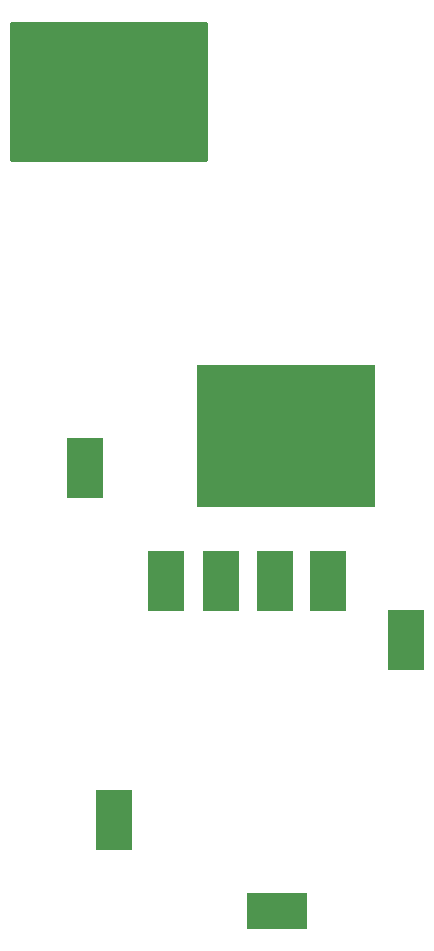
<source format=gbr>
%TF.GenerationSoftware,KiCad,Pcbnew,8.0.4-8.0.4-0~ubuntu24.04.1*%
%TF.CreationDate,2024-08-22T20:04:32-04:00*%
%TF.ProjectId,carinterface,63617269-6e74-4657-9266-6163652e6b69,rev?*%
%TF.SameCoordinates,Original*%
%TF.FileFunction,Paste,Bot*%
%TF.FilePolarity,Positive*%
%FSLAX46Y46*%
G04 Gerber Fmt 4.6, Leading zero omitted, Abs format (unit mm)*
G04 Created by KiCad (PCBNEW 8.0.4-8.0.4-0~ubuntu24.04.1) date 2024-08-22 20:04:32*
%MOMM*%
%LPD*%
G01*
G04 APERTURE LIST*
G04 Aperture macros list*
%AMRoundRect*
0 Rectangle with rounded corners*
0 $1 Rounding radius*
0 $2 $3 $4 $5 $6 $7 $8 $9 X,Y pos of 4 corners*
0 Add a 4 corners polygon primitive as box body*
4,1,4,$2,$3,$4,$5,$6,$7,$8,$9,$2,$3,0*
0 Add four circle primitives for the rounded corners*
1,1,$1+$1,$2,$3*
1,1,$1+$1,$4,$5*
1,1,$1+$1,$6,$7*
1,1,$1+$1,$8,$9*
0 Add four rect primitives between the rounded corners*
20,1,$1+$1,$2,$3,$4,$5,0*
20,1,$1+$1,$4,$5,$6,$7,0*
20,1,$1+$1,$6,$7,$8,$9,0*
20,1,$1+$1,$8,$9,$2,$3,0*%
G04 Aperture macros list end*
%ADD10RoundRect,0.000000X-1.500000X2.500000X-1.500000X-2.500000X1.500000X-2.500000X1.500000X2.500000X0*%
%ADD11RoundRect,0.000000X2.500000X1.500000X-2.500000X1.500000X-2.500000X-1.500000X2.500000X-1.500000X0*%
%ADD12RoundRect,0.000000X8.312500X5.875000X-8.312500X5.875000X-8.312500X-5.875000X8.312500X-5.875000X0*%
G04 APERTURE END LIST*
D10*
%TO.C,T10*%
X80100000Y-74440000D03*
%TD*%
%TO.C,T16*%
X100700000Y-84040000D03*
%TD*%
%TO.C,T17*%
X87000000Y-84040000D03*
%TD*%
%TO.C,T9*%
X82600000Y-104240000D03*
%TD*%
D11*
%TO.C,T39*%
X92100000Y-67240000D03*
%TD*%
%TO.C,T41*%
X92100000Y-73240000D03*
%TD*%
D10*
%TO.C,T7*%
X107300000Y-89040000D03*
%TD*%
D11*
%TO.C,T35*%
X102100000Y-67240000D03*
%TD*%
D12*
%TO.C,T2*%
X82100000Y-42640000D03*
%TD*%
D11*
%TO.C,T31*%
X97100000Y-67240000D03*
%TD*%
D10*
%TO.C,T15*%
X96200000Y-84040000D03*
%TD*%
D11*
%TO.C,T37*%
X102100000Y-73240000D03*
%TD*%
%TO.C,T8*%
X96400000Y-111940000D03*
%TD*%
%TO.C,T40*%
X92100000Y-70240000D03*
%TD*%
D10*
%TO.C,T18*%
X91600000Y-84040000D03*
%TD*%
D11*
%TO.C,T42*%
X92100000Y-76240000D03*
%TD*%
%TO.C,T32*%
X97100000Y-76240000D03*
%TD*%
%TO.C,T33*%
X97100000Y-73240000D03*
%TD*%
%TO.C,T36*%
X102100000Y-70240000D03*
%TD*%
%TO.C,T38*%
X102100000Y-76240000D03*
%TD*%
%TO.C,T34*%
X97100000Y-70240000D03*
%TD*%
M02*

</source>
